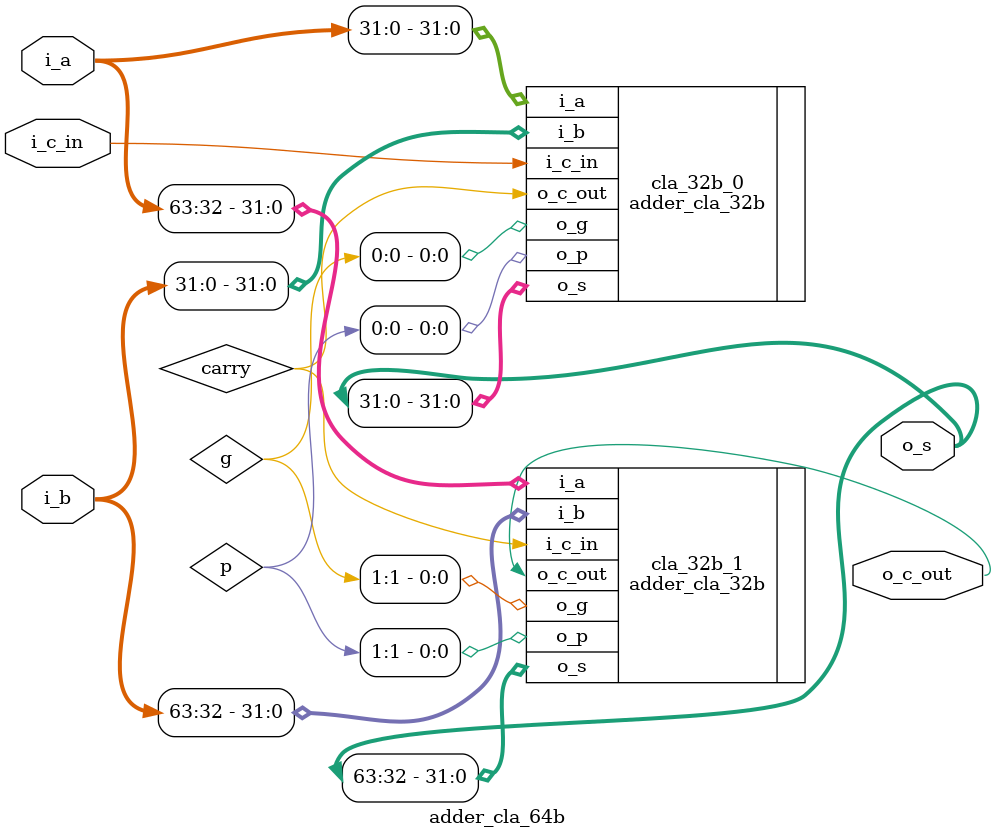
<source format=sv>
module adder_cla_64b (
input logic [63:0] i_a, i_b,
input logic i_c_in,
output logic [63:0] o_s,
output logic o_c_out
//output logic o_g, o_p
);

logic [1:0] g, p;
logic  carry;

adder_cla_32b cla_32b_0(
.i_a(i_a[31:0]),
.i_b(i_b[31:0]),
.i_c_in(i_c_in),
.o_s(o_s[31:0]),
.o_c_out(carry),
.o_g(g[0]),
.o_p(p[0])
);

adder_cla_32b cla_32b_1(
.i_a(i_a[63:32]),
.i_b(i_b[63:32]),
.i_c_in(carry),
.o_s(o_s[63:32]),
.o_c_out(o_c_out),
.o_g(g[1]),
.o_p(p[1])
);

/*
always_comb begin
	o_p = (p[0] & p[1]);
	o_g = ((g[0] & p[1]) | (g[1]));
end
*/


endmodule
</source>
